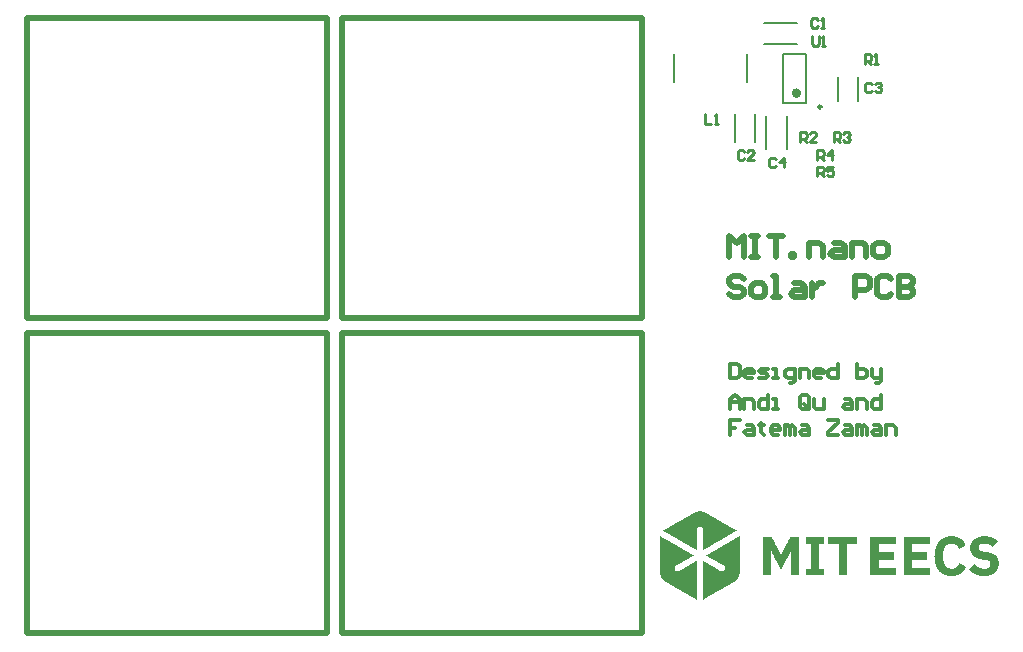
<source format=gto>
G04*
G04 #@! TF.GenerationSoftware,Altium Limited,Altium Designer,23.3.1 (30)*
G04*
G04 Layer_Color=65535*
%FSLAX26Y26*%
%MOIN*%
G70*
G04*
G04 #@! TF.SameCoordinates,F690B318-04D5-434D-AB11-BD4B9249E199*
G04*
G04*
G04 #@! TF.FilePolarity,Positive*
G04*
G01*
G75*
%ADD10C,0.009842*%
%ADD11C,0.015748*%
%ADD12C,0.020000*%
%ADD13C,0.007874*%
%ADD14C,0.012000*%
%ADD15C,0.010000*%
G36*
X2644566Y1381991D02*
X2649695D01*
Y1381258D01*
X2652626D01*
Y1380525D01*
X2654825D01*
Y1379793D01*
X2656291D01*
Y1379060D01*
X2657756D01*
Y1378327D01*
X2659222D01*
Y1377594D01*
X2660687D01*
Y1376861D01*
X2662153D01*
Y1376128D01*
X2663619D01*
Y1375396D01*
X2665084D01*
Y1374663D01*
X2666550D01*
Y1373930D01*
X2667283D01*
Y1373197D01*
X2668748D01*
Y1372464D01*
X2670214D01*
Y1371732D01*
X2671680D01*
Y1370999D01*
X2672412D01*
Y1370266D01*
X2673878D01*
Y1369533D01*
X2675344D01*
Y1368800D01*
X2676077D01*
Y1368068D01*
X2677542D01*
Y1367335D01*
X2679008D01*
Y1366602D01*
X2680473D01*
Y1365869D01*
X2681206D01*
Y1365136D01*
X2682672D01*
Y1364403D01*
X2684137D01*
Y1363671D01*
X2685603D01*
Y1362938D01*
X2686336D01*
Y1362205D01*
X2687802D01*
Y1361472D01*
X2689267D01*
Y1360739D01*
X2690733D01*
Y1360006D01*
X2691466D01*
Y1359274D01*
X2692931D01*
Y1358541D01*
X2694397D01*
Y1357808D01*
X2695130D01*
Y1357075D01*
X2696595D01*
Y1356342D01*
X2698061D01*
Y1355610D01*
X2699527D01*
Y1354877D01*
X2700259D01*
Y1354144D01*
X2701725D01*
Y1353411D01*
X2703191D01*
Y1352678D01*
X2704656D01*
Y1351946D01*
X2705389D01*
Y1351213D01*
X2706855D01*
Y1350480D01*
X2708320D01*
Y1349747D01*
X2709786D01*
Y1349014D01*
X2710519D01*
Y1348282D01*
X2711984D01*
Y1347549D01*
X2713450D01*
Y1346816D01*
X2714183D01*
Y1346083D01*
X2715648D01*
Y1345350D01*
X2717114D01*
Y1344617D01*
X2718580D01*
Y1343885D01*
X2719313D01*
Y1343152D01*
X2720778D01*
Y1342419D01*
X2722244D01*
Y1341686D01*
X2723709D01*
Y1340953D01*
X2724442D01*
Y1340220D01*
X2725908D01*
Y1339488D01*
X2727374D01*
Y1338755D01*
X2728106D01*
Y1338022D01*
X2729572D01*
Y1337289D01*
X2731038D01*
Y1336556D01*
X2732503D01*
Y1335824D01*
X2733236D01*
Y1335091D01*
X2734702D01*
Y1334358D01*
X2736167D01*
Y1333625D01*
X2737633D01*
Y1332892D01*
X2738366D01*
Y1332160D01*
X2739831D01*
Y1331427D01*
X2741297D01*
Y1330694D01*
X2742763D01*
Y1329961D01*
X2743495D01*
Y1329228D01*
X2744961D01*
Y1328495D01*
X2746427D01*
Y1327763D01*
X2747160D01*
Y1327030D01*
X2748625D01*
Y1326297D01*
X2750091D01*
Y1325564D01*
X2751556D01*
Y1324831D01*
X2752289D01*
Y1324099D01*
X2753755D01*
Y1323366D01*
X2755220D01*
Y1322633D01*
X2756686D01*
Y1321900D01*
X2757419D01*
Y1321167D01*
X2758885D01*
Y1320435D01*
X2760350D01*
Y1319702D01*
X2761816D01*
Y1318969D01*
X2762549D01*
Y1318236D01*
X2764014D01*
Y1316771D01*
X2762549D01*
Y1316038D01*
X2761083D01*
Y1315305D01*
X2759617D01*
Y1314572D01*
X2758885D01*
Y1313839D01*
X2757419D01*
Y1313106D01*
X2755953D01*
Y1312374D01*
X2755220D01*
Y1311641D01*
X2753755D01*
Y1310908D01*
X2752289D01*
Y1310175D01*
X2750824D01*
Y1309442D01*
X2750091D01*
Y1308709D01*
X2748625D01*
Y1307977D01*
X2747160D01*
Y1307244D01*
X2745694D01*
Y1306511D01*
X2744961D01*
Y1305778D01*
X2743495D01*
Y1305045D01*
X2742030D01*
Y1304313D01*
X2740564D01*
Y1303580D01*
X2739831D01*
Y1302847D01*
X2738366D01*
Y1302114D01*
X2736900D01*
Y1301381D01*
X2736167D01*
Y1300649D01*
X2734702D01*
Y1299916D01*
X2733236D01*
Y1299183D01*
X2731770D01*
Y1298450D01*
X2731038D01*
Y1297717D01*
X2729572D01*
Y1296985D01*
X2728106D01*
Y1296252D01*
X2726641D01*
Y1295519D01*
X2725908D01*
Y1294786D01*
X2724442D01*
Y1294053D01*
X2722977D01*
Y1293320D01*
X2722244D01*
Y1292588D01*
X2720778D01*
Y1291855D01*
X2719313D01*
Y1291122D01*
X2717847D01*
Y1290389D01*
X2717114D01*
Y1289656D01*
X2715648D01*
Y1288924D01*
X2714183D01*
Y1288191D01*
X2712717D01*
Y1287458D01*
X2711984D01*
Y1286725D01*
X2710519D01*
Y1285992D01*
X2709053D01*
Y1285259D01*
X2707588D01*
Y1284527D01*
X2706855D01*
Y1283794D01*
X2705389D01*
Y1283061D01*
X2703923D01*
Y1282328D01*
X2703191D01*
Y1281595D01*
X2701725D01*
Y1280862D01*
X2700259D01*
Y1280130D01*
X2698794D01*
Y1279397D01*
X2698061D01*
Y1278664D01*
X2696595D01*
Y1277931D01*
X2695130D01*
Y1277198D01*
X2693664D01*
Y1276466D01*
X2692931D01*
Y1275733D01*
X2691466D01*
Y1275000D01*
X2690000D01*
Y1274267D01*
X2688534D01*
Y1273534D01*
X2687802D01*
Y1272802D01*
X2686336D01*
Y1272069D01*
X2684870D01*
Y1271336D01*
X2684137D01*
Y1270603D01*
X2682672D01*
Y1269870D01*
X2681206D01*
Y1269138D01*
X2679741D01*
Y1268405D01*
X2679008D01*
Y1267672D01*
X2677542D01*
Y1266939D01*
X2676077D01*
Y1266206D01*
X2674611D01*
Y1265473D01*
X2673878D01*
Y1264741D01*
X2672412D01*
Y1264008D01*
X2670947D01*
Y1263275D01*
X2669481D01*
Y1262542D01*
X2668748D01*
Y1261809D01*
X2667283D01*
Y1261077D01*
X2665817D01*
Y1260344D01*
X2665084D01*
Y1259611D01*
X2663619D01*
Y1258878D01*
X2662153D01*
Y1258145D01*
X2660687D01*
Y1257412D01*
X2659955D01*
Y1256680D01*
X2658489D01*
Y1255947D01*
X2657023D01*
Y1255214D01*
X2655558D01*
Y1254481D01*
X2654825D01*
Y1253748D01*
X2653359D01*
Y1253016D01*
X2651894D01*
Y1324099D01*
X2651161D01*
Y1325564D01*
X2650428D01*
Y1327030D01*
X2649695D01*
Y1327763D01*
X2648962D01*
Y1328495D01*
X2648230D01*
Y1329228D01*
X2646764D01*
Y1329961D01*
X2645298D01*
Y1330694D01*
X2642367D01*
Y1331427D01*
X2640901D01*
Y1330694D01*
X2637970D01*
Y1329961D01*
X2636505D01*
Y1329228D01*
X2635772D01*
Y1328495D01*
X2635039D01*
Y1327763D01*
X2634306D01*
Y1327030D01*
X2633573D01*
Y1326297D01*
X2632840D01*
Y1324831D01*
X2632108D01*
Y1322633D01*
X2631375D01*
Y1253016D01*
X2629909D01*
Y1253748D01*
X2629176D01*
Y1254481D01*
X2627711D01*
Y1255214D01*
X2626245D01*
Y1255947D01*
X2624780D01*
Y1256680D01*
X2624047D01*
Y1257412D01*
X2622581D01*
Y1258145D01*
X2621115D01*
Y1258878D01*
X2619650D01*
Y1259611D01*
X2618917D01*
Y1260344D01*
X2617451D01*
Y1261077D01*
X2615986D01*
Y1261809D01*
X2615253D01*
Y1262542D01*
X2613787D01*
Y1263275D01*
X2612322D01*
Y1264008D01*
X2610856D01*
Y1264741D01*
X2610123D01*
Y1265473D01*
X2608658D01*
Y1266206D01*
X2607192D01*
Y1266939D01*
X2605726D01*
Y1267672D01*
X2604994D01*
Y1268405D01*
X2603528D01*
Y1269138D01*
X2602062D01*
Y1269870D01*
X2601329D01*
Y1270603D01*
X2599864D01*
Y1271336D01*
X2598398D01*
Y1272069D01*
X2596933D01*
Y1272802D01*
X2596200D01*
Y1273534D01*
X2594734D01*
Y1274267D01*
X2593269D01*
Y1275000D01*
X2591803D01*
Y1275733D01*
X2591070D01*
Y1276466D01*
X2589604D01*
Y1277198D01*
X2588139D01*
Y1277931D01*
X2586673D01*
Y1278664D01*
X2585940D01*
Y1279397D01*
X2584475D01*
Y1280130D01*
X2583009D01*
Y1280862D01*
X2582276D01*
Y1281595D01*
X2580811D01*
Y1282328D01*
X2579345D01*
Y1283061D01*
X2577879D01*
Y1283794D01*
X2577147D01*
Y1284527D01*
X2575681D01*
Y1285259D01*
X2574215D01*
Y1285992D01*
X2572750D01*
Y1286725D01*
X2572017D01*
Y1287458D01*
X2570551D01*
Y1288191D01*
X2569086D01*
Y1288924D01*
X2567620D01*
Y1289656D01*
X2566887D01*
Y1290389D01*
X2565421D01*
Y1291122D01*
X2563956D01*
Y1291855D01*
X2563223D01*
Y1292588D01*
X2561758D01*
Y1293320D01*
X2560292D01*
Y1294053D01*
X2558826D01*
Y1294786D01*
X2558093D01*
Y1295519D01*
X2556628D01*
Y1296252D01*
X2555162D01*
Y1296985D01*
X2553697D01*
Y1297717D01*
X2552964D01*
Y1298450D01*
X2551498D01*
Y1299183D01*
X2550032D01*
Y1299916D01*
X2548567D01*
Y1300649D01*
X2547834D01*
Y1301381D01*
X2546368D01*
Y1302114D01*
X2544903D01*
Y1302847D01*
X2544170D01*
Y1303580D01*
X2542704D01*
Y1304313D01*
X2541239D01*
Y1305045D01*
X2539773D01*
Y1305778D01*
X2539040D01*
Y1306511D01*
X2537575D01*
Y1307244D01*
X2536109D01*
Y1307977D01*
X2534643D01*
Y1308709D01*
X2533910D01*
Y1309442D01*
X2532445D01*
Y1310175D01*
X2530979D01*
Y1310908D01*
X2530246D01*
Y1311641D01*
X2528781D01*
Y1312374D01*
X2527315D01*
Y1313106D01*
X2525849D01*
Y1313839D01*
X2525117D01*
Y1314572D01*
X2523651D01*
Y1315305D01*
X2522186D01*
Y1316038D01*
X2520720D01*
Y1316771D01*
X2519987D01*
Y1317503D01*
X2519254D01*
Y1318236D01*
X2520720D01*
Y1318969D01*
X2522186D01*
Y1319702D01*
X2523651D01*
Y1320435D01*
X2524384D01*
Y1321167D01*
X2525849D01*
Y1321900D01*
X2527315D01*
Y1322633D01*
X2528048D01*
Y1323366D01*
X2529514D01*
Y1324099D01*
X2530979D01*
Y1324831D01*
X2532445D01*
Y1325564D01*
X2533178D01*
Y1326297D01*
X2534643D01*
Y1327030D01*
X2536109D01*
Y1327763D01*
X2537575D01*
Y1328495D01*
X2538307D01*
Y1329228D01*
X2539773D01*
Y1329961D01*
X2541239D01*
Y1330694D01*
X2542704D01*
Y1331427D01*
X2543437D01*
Y1332160D01*
X2544903D01*
Y1332892D01*
X2546368D01*
Y1333625D01*
X2547101D01*
Y1334358D01*
X2548567D01*
Y1335091D01*
X2550032D01*
Y1335824D01*
X2551498D01*
Y1336556D01*
X2552231D01*
Y1337289D01*
X2553697D01*
Y1338022D01*
X2555162D01*
Y1338755D01*
X2556628D01*
Y1339488D01*
X2557361D01*
Y1340220D01*
X2558826D01*
Y1340953D01*
X2560292D01*
Y1341686D01*
X2561758D01*
Y1342419D01*
X2562490D01*
Y1343152D01*
X2563956D01*
Y1343885D01*
X2565421D01*
Y1344617D01*
X2566154D01*
Y1345350D01*
X2567620D01*
Y1346083D01*
X2569086D01*
Y1346816D01*
X2570551D01*
Y1347549D01*
X2571284D01*
Y1348282D01*
X2572750D01*
Y1349014D01*
X2574215D01*
Y1349747D01*
X2575681D01*
Y1350480D01*
X2576414D01*
Y1351213D01*
X2577879D01*
Y1351946D01*
X2579345D01*
Y1352678D01*
X2580078D01*
Y1353411D01*
X2581544D01*
Y1354144D01*
X2583009D01*
Y1354877D01*
X2584475D01*
Y1355610D01*
X2585207D01*
Y1356342D01*
X2586673D01*
Y1357075D01*
X2588139D01*
Y1357808D01*
X2589604D01*
Y1358541D01*
X2590337D01*
Y1359274D01*
X2591803D01*
Y1360006D01*
X2593269D01*
Y1360739D01*
X2594734D01*
Y1361472D01*
X2595467D01*
Y1362205D01*
X2596933D01*
Y1362938D01*
X2598398D01*
Y1363671D01*
X2599131D01*
Y1364403D01*
X2600597D01*
Y1365136D01*
X2602062D01*
Y1365869D01*
X2603528D01*
Y1366602D01*
X2604261D01*
Y1367335D01*
X2605726D01*
Y1368068D01*
X2607192D01*
Y1368800D01*
X2608658D01*
Y1369533D01*
X2609390D01*
Y1370266D01*
X2610856D01*
Y1370999D01*
X2612322D01*
Y1371732D01*
X2613787D01*
Y1372464D01*
X2614520D01*
Y1373197D01*
X2615986D01*
Y1373930D01*
X2617451D01*
Y1374663D01*
X2618184D01*
Y1375396D01*
X2619650D01*
Y1376128D01*
X2621115D01*
Y1376861D01*
X2622581D01*
Y1377594D01*
X2624047D01*
Y1378327D01*
X2625512D01*
Y1379060D01*
X2626978D01*
Y1379793D01*
X2629176D01*
Y1380525D01*
X2631375D01*
Y1381258D01*
X2634306D01*
Y1381991D01*
X2639436D01*
Y1382724D01*
X2644566D01*
Y1381991D01*
D02*
G37*
G36*
X2973599Y1223703D02*
Y1222970D01*
Y1168742D01*
X2946485D01*
Y1251550D01*
X2945752D01*
Y1250084D01*
X2945019D01*
Y1248619D01*
X2944287D01*
Y1247153D01*
X2943554D01*
Y1245688D01*
X2942821D01*
Y1244222D01*
X2942088D01*
Y1242756D01*
X2941355D01*
Y1241291D01*
X2940623D01*
Y1239825D01*
X2939890D01*
Y1238359D01*
X2939157D01*
Y1236894D01*
X2938424D01*
Y1235428D01*
X2937691D01*
Y1233962D01*
X2936959D01*
Y1232497D01*
X2936226D01*
Y1231764D01*
X2935493D01*
Y1230298D01*
X2934760D01*
Y1228833D01*
X2934027D01*
Y1227367D01*
X2933294D01*
Y1225901D01*
X2932562D01*
Y1224436D01*
X2931829D01*
Y1223703D01*
X2931096D01*
Y1222237D01*
X2930363D01*
Y1220772D01*
X2929630D01*
Y1219306D01*
X2928898D01*
Y1217841D01*
X2928165D01*
Y1217108D01*
X2927432D01*
Y1215642D01*
X2926699D01*
Y1214176D01*
X2925966D01*
Y1212711D01*
X2925233D01*
Y1211245D01*
X2924501D01*
Y1209780D01*
X2923768D01*
Y1209047D01*
X2923035D01*
Y1207581D01*
X2922302D01*
Y1206116D01*
X2921569D01*
Y1204650D01*
X2920837D01*
Y1203184D01*
X2920104D01*
Y1202451D01*
X2919371D01*
Y1200986D01*
X2918638D01*
Y1199520D01*
X2917905D01*
Y1198054D01*
X2917173D01*
Y1196589D01*
X2916440D01*
Y1195856D01*
X2915707D01*
Y1194390D01*
X2914974D01*
Y1192925D01*
X2914241D01*
Y1191459D01*
X2913508D01*
Y1189994D01*
X2912776D01*
Y1188528D01*
X2912043D01*
Y1189261D01*
X2911310D01*
Y1190726D01*
X2910577D01*
Y1191459D01*
X2909844D01*
Y1192925D01*
X2909111D01*
Y1194390D01*
X2908379D01*
Y1195856D01*
X2907646D01*
Y1197322D01*
X2906913D01*
Y1198787D01*
X2906180D01*
Y1200253D01*
X2905448D01*
Y1200986D01*
X2904715D01*
Y1202451D01*
X2903982D01*
Y1203917D01*
X2903249D01*
Y1205383D01*
X2902516D01*
Y1206848D01*
X2901783D01*
Y1208314D01*
X2901051D01*
Y1209047D01*
X2900318D01*
Y1210512D01*
X2899585D01*
Y1211978D01*
X2898852D01*
Y1213444D01*
X2898119D01*
Y1214909D01*
X2897387D01*
Y1216375D01*
X2896654D01*
Y1217841D01*
X2895921D01*
Y1218573D01*
X2895188D01*
Y1220039D01*
X2894455D01*
Y1221505D01*
X2893722D01*
Y1222970D01*
X2892990D01*
Y1224436D01*
X2892257D01*
Y1225901D01*
X2891524D01*
Y1227367D01*
X2890791D01*
Y1228100D01*
X2890058D01*
Y1229565D01*
X2889326D01*
Y1231031D01*
X2888593D01*
Y1232497D01*
X2887860D01*
Y1233962D01*
X2887127D01*
Y1235428D01*
X2886394D01*
Y1236894D01*
X2885662D01*
Y1238359D01*
X2884929D01*
Y1239825D01*
X2884196D01*
Y1241291D01*
X2883463D01*
Y1242756D01*
X2882730D01*
Y1244222D01*
X2881997D01*
Y1245688D01*
X2881265D01*
Y1247153D01*
X2880532D01*
Y1249351D01*
X2879799D01*
Y1250817D01*
X2879066D01*
Y1252283D01*
X2878333D01*
Y1253748D01*
X2877601D01*
Y1168742D01*
X2851219D01*
Y1296985D01*
X2881265D01*
Y1295519D01*
X2881997D01*
Y1294053D01*
X2882730D01*
Y1292588D01*
X2883463D01*
Y1291122D01*
X2884196D01*
Y1289656D01*
X2884929D01*
Y1288191D01*
X2885662D01*
Y1286725D01*
X2886394D01*
Y1285259D01*
X2887127D01*
Y1284527D01*
X2887860D01*
Y1283061D01*
X2888593D01*
Y1281595D01*
X2889326D01*
Y1280130D01*
X2890058D01*
Y1278664D01*
X2890791D01*
Y1277198D01*
X2891524D01*
Y1275733D01*
X2892257D01*
Y1274267D01*
X2892990D01*
Y1272802D01*
X2893722D01*
Y1271336D01*
X2894455D01*
Y1269870D01*
X2895188D01*
Y1268405D01*
X2895921D01*
Y1267672D01*
X2896654D01*
Y1266206D01*
X2897387D01*
Y1264741D01*
X2898119D01*
Y1263275D01*
X2898852D01*
Y1261809D01*
X2899585D01*
Y1260344D01*
X2900318D01*
Y1258878D01*
X2901051D01*
Y1257412D01*
X2901783D01*
Y1255947D01*
X2902516D01*
Y1254481D01*
X2903249D01*
Y1253016D01*
X2903982D01*
Y1252283D01*
X2904715D01*
Y1250817D01*
X2905448D01*
Y1249351D01*
X2906180D01*
Y1247886D01*
X2906913D01*
Y1246420D01*
X2907646D01*
Y1244955D01*
X2908379D01*
Y1243489D01*
X2909111D01*
Y1242023D01*
X2909844D01*
Y1240558D01*
X2910577D01*
Y1239092D01*
X2911310D01*
Y1237627D01*
X2912043D01*
Y1236894D01*
X2912776D01*
Y1238359D01*
X2913508D01*
Y1239825D01*
X2914241D01*
Y1241291D01*
X2914974D01*
Y1242756D01*
X2915707D01*
Y1244222D01*
X2916440D01*
Y1245688D01*
X2917173D01*
Y1247153D01*
X2917905D01*
Y1248619D01*
X2918638D01*
Y1250084D01*
X2919371D01*
Y1250817D01*
X2920104D01*
Y1252283D01*
X2920837D01*
Y1253748D01*
X2921569D01*
Y1255214D01*
X2922302D01*
Y1256680D01*
X2923035D01*
Y1258145D01*
X2923768D01*
Y1259611D01*
X2924501D01*
Y1261077D01*
X2925233D01*
Y1262542D01*
X2925966D01*
Y1264008D01*
X2926699D01*
Y1265473D01*
X2927432D01*
Y1266939D01*
X2928165D01*
Y1268405D01*
X2928898D01*
Y1269870D01*
X2929630D01*
Y1271336D01*
X2930363D01*
Y1272802D01*
X2931096D01*
Y1273534D01*
X2931829D01*
Y1275000D01*
X2932562D01*
Y1276466D01*
X2933294D01*
Y1277931D01*
X2934027D01*
Y1279397D01*
X2934760D01*
Y1280862D01*
X2935493D01*
Y1282328D01*
X2936226D01*
Y1283794D01*
X2936959D01*
Y1285259D01*
X2937691D01*
Y1286725D01*
X2938424D01*
Y1288191D01*
X2939157D01*
Y1289656D01*
X2939890D01*
Y1291122D01*
X2940623D01*
Y1292588D01*
X2941355D01*
Y1294053D01*
X2942088D01*
Y1294786D01*
X2942821D01*
Y1296252D01*
X2943554D01*
Y1296985D01*
X2973599D01*
Y1223703D01*
D02*
G37*
G36*
X2775006Y1184864D02*
X2774274D01*
Y1173872D01*
X2773541D01*
Y1170208D01*
X2772808D01*
Y1167276D01*
X2772075D01*
Y1165811D01*
X2771342D01*
Y1163612D01*
X2770610D01*
Y1162147D01*
X2769877D01*
Y1160681D01*
X2769144D01*
Y1159948D01*
X2768411D01*
Y1158483D01*
X2767678D01*
Y1157750D01*
X2766945D01*
Y1157017D01*
X2766213D01*
Y1155551D01*
X2765480D01*
Y1154819D01*
X2764747D01*
Y1154086D01*
X2764014D01*
Y1153353D01*
X2763282D01*
Y1152620D01*
X2762549D01*
Y1151887D01*
X2761816D01*
Y1151154D01*
X2760350D01*
Y1150422D01*
X2759617D01*
Y1149689D01*
X2758885D01*
Y1148956D01*
X2757419D01*
Y1148223D01*
X2756686D01*
Y1147490D01*
X2755220D01*
Y1146757D01*
X2754488D01*
Y1146025D01*
X2753022D01*
Y1145292D01*
X2751556D01*
Y1144559D01*
X2750824D01*
Y1143826D01*
X2749358D01*
Y1143093D01*
X2747892D01*
Y1142361D01*
X2746427D01*
Y1141628D01*
X2745694D01*
Y1140895D01*
X2744228D01*
Y1140162D01*
X2742763D01*
Y1139429D01*
X2741297D01*
Y1138697D01*
X2740564D01*
Y1137964D01*
X2739099D01*
Y1137231D01*
X2737633D01*
Y1136498D01*
X2736900D01*
Y1135765D01*
X2735434D01*
Y1135033D01*
X2733969D01*
Y1134300D01*
X2732503D01*
Y1133567D01*
X2731770D01*
Y1132834D01*
X2730305D01*
Y1132101D01*
X2728839D01*
Y1131368D01*
X2727374D01*
Y1130636D01*
X2726641D01*
Y1129903D01*
X2725175D01*
Y1129170D01*
X2723709D01*
Y1128437D01*
X2722244D01*
Y1127704D01*
X2721511D01*
Y1126972D01*
X2720045D01*
Y1126239D01*
X2718580D01*
Y1125506D01*
X2717847D01*
Y1124773D01*
X2716381D01*
Y1124040D01*
X2714916D01*
Y1123307D01*
X2713450D01*
Y1122575D01*
X2712717D01*
Y1121842D01*
X2711252D01*
Y1121109D01*
X2709786D01*
Y1120376D01*
X2708320D01*
Y1119643D01*
X2707588D01*
Y1118910D01*
X2706122D01*
Y1118178D01*
X2704656D01*
Y1117445D01*
X2703191D01*
Y1116712D01*
X2702458D01*
Y1115979D01*
X2700992D01*
Y1115246D01*
X2699527D01*
Y1114514D01*
X2698794D01*
Y1113781D01*
X2697328D01*
Y1113048D01*
X2695863D01*
Y1112315D01*
X2694397D01*
Y1111582D01*
X2693664D01*
Y1110850D01*
X2692198D01*
Y1110117D01*
X2690733D01*
Y1109384D01*
X2689267D01*
Y1108651D01*
X2688534D01*
Y1107918D01*
X2687069D01*
Y1107186D01*
X2685603D01*
Y1106453D01*
X2684870D01*
Y1105720D01*
X2683405D01*
Y1104987D01*
X2681939D01*
Y1104254D01*
X2680473D01*
Y1103521D01*
X2679741D01*
Y1102789D01*
X2678275D01*
Y1102056D01*
X2676809D01*
Y1101323D01*
X2675344D01*
Y1100590D01*
X2674611D01*
Y1099857D01*
X2673145D01*
Y1099124D01*
X2671680D01*
Y1098392D01*
X2670214D01*
Y1097659D01*
X2669481D01*
Y1096926D01*
X2668016D01*
Y1096193D01*
X2666550D01*
Y1095460D01*
X2665817D01*
Y1094728D01*
X2664352D01*
Y1093995D01*
X2662886D01*
Y1093262D01*
X2661420D01*
Y1092529D01*
X2660687D01*
Y1091796D01*
X2659222D01*
Y1091064D01*
X2657756D01*
Y1090331D01*
X2656291D01*
Y1089598D01*
X2655558D01*
Y1088865D01*
X2654092D01*
Y1088132D01*
X2652626D01*
Y1087399D01*
X2651894D01*
Y1203917D01*
Y1204650D01*
Y1217108D01*
X2652626D01*
Y1216375D01*
X2654092D01*
Y1215642D01*
X2654825D01*
Y1214909D01*
X2656291D01*
Y1214176D01*
X2657756D01*
Y1213444D01*
X2659222D01*
Y1212711D01*
X2659955D01*
Y1211978D01*
X2661420D01*
Y1211245D01*
X2662886D01*
Y1210512D01*
X2663619D01*
Y1209780D01*
X2665084D01*
Y1209047D01*
X2666550D01*
Y1208314D01*
X2668016D01*
Y1207581D01*
X2668748D01*
Y1206848D01*
X2670214D01*
Y1206116D01*
X2671680D01*
Y1205383D01*
X2673145D01*
Y1204650D01*
X2673878D01*
Y1203917D01*
X2675344D01*
Y1203184D01*
X2676809D01*
Y1202451D01*
X2677542D01*
Y1201719D01*
X2679008D01*
Y1200986D01*
X2680473D01*
Y1200253D01*
X2681939D01*
Y1199520D01*
X2682672D01*
Y1198787D01*
X2684137D01*
Y1198054D01*
X2685603D01*
Y1197322D01*
X2687069D01*
Y1196589D01*
X2687802D01*
Y1195856D01*
X2689267D01*
Y1195123D01*
X2690733D01*
Y1194390D01*
X2692198D01*
Y1193658D01*
X2692931D01*
Y1192925D01*
X2694397D01*
Y1192192D01*
X2695863D01*
Y1191459D01*
X2696595D01*
Y1190726D01*
X2698061D01*
Y1189994D01*
X2699527D01*
Y1189261D01*
X2700992D01*
Y1188528D01*
X2701725D01*
Y1187795D01*
X2703191D01*
Y1187062D01*
X2704656D01*
Y1186330D01*
X2706122D01*
Y1185597D01*
X2706855D01*
Y1184864D01*
X2708320D01*
Y1184131D01*
X2709786D01*
Y1183398D01*
X2711252D01*
Y1182665D01*
X2712717D01*
Y1181933D01*
X2720045D01*
Y1182665D01*
X2721511D01*
Y1183398D01*
X2722244D01*
Y1184131D01*
X2722977D01*
Y1184864D01*
X2723709D01*
Y1185597D01*
X2724442D01*
Y1186330D01*
X2725175D01*
Y1187795D01*
X2725908D01*
Y1189994D01*
X2726641D01*
Y1193658D01*
X2725908D01*
Y1195856D01*
X2725175D01*
Y1197322D01*
X2724442D01*
Y1198787D01*
X2723709D01*
Y1199520D01*
X2722977D01*
Y1200253D01*
X2721511D01*
Y1200986D01*
X2720778D01*
Y1201719D01*
X2719313D01*
Y1202451D01*
X2717847D01*
Y1203184D01*
X2716381D01*
Y1203917D01*
X2715648D01*
Y1204650D01*
X2714183D01*
Y1205383D01*
X2712717D01*
Y1206116D01*
X2711252D01*
Y1206848D01*
X2710519D01*
Y1207581D01*
X2709053D01*
Y1208314D01*
X2707588D01*
Y1209047D01*
X2706855D01*
Y1209780D01*
X2705389D01*
Y1210512D01*
X2703923D01*
Y1211245D01*
X2702458D01*
Y1211978D01*
X2701725D01*
Y1212711D01*
X2700259D01*
Y1213444D01*
X2698794D01*
Y1214176D01*
X2697328D01*
Y1214909D01*
X2696595D01*
Y1215642D01*
X2695130D01*
Y1216375D01*
X2693664D01*
Y1217108D01*
X2692198D01*
Y1217841D01*
X2691466D01*
Y1218573D01*
X2690000D01*
Y1219306D01*
X2688534D01*
Y1220039D01*
X2687802D01*
Y1220772D01*
X2686336D01*
Y1221505D01*
X2684870D01*
Y1222237D01*
X2683405D01*
Y1222970D01*
X2682672D01*
Y1223703D01*
X2681206D01*
Y1224436D01*
X2679741D01*
Y1225169D01*
X2678275D01*
Y1225901D01*
X2677542D01*
Y1226634D01*
X2676077D01*
Y1227367D01*
X2674611D01*
Y1228100D01*
X2673145D01*
Y1228833D01*
X2672412D01*
Y1229565D01*
X2670947D01*
Y1230298D01*
X2669481D01*
Y1231031D01*
X2668748D01*
Y1231764D01*
X2667283D01*
Y1232497D01*
X2665817D01*
Y1233230D01*
X2664352D01*
Y1233962D01*
X2663619D01*
Y1234695D01*
X2662886D01*
Y1235428D01*
X2664352D01*
Y1236161D01*
X2665084D01*
Y1236894D01*
X2666550D01*
Y1237627D01*
X2668016D01*
Y1238359D01*
X2668748D01*
Y1239092D01*
X2670214D01*
Y1239825D01*
X2671680D01*
Y1240558D01*
X2673145D01*
Y1241291D01*
X2673878D01*
Y1242023D01*
X2675344D01*
Y1242756D01*
X2676809D01*
Y1243489D01*
X2678275D01*
Y1244222D01*
X2679008D01*
Y1244955D01*
X2680473D01*
Y1245688D01*
X2681939D01*
Y1246420D01*
X2683405D01*
Y1247153D01*
X2684137D01*
Y1247886D01*
X2685603D01*
Y1248619D01*
X2687069D01*
Y1249351D01*
X2687802D01*
Y1250084D01*
X2689267D01*
Y1250817D01*
X2690733D01*
Y1251550D01*
X2692198D01*
Y1252283D01*
X2692931D01*
Y1253016D01*
X2694397D01*
Y1253748D01*
X2695863D01*
Y1254481D01*
X2697328D01*
Y1255214D01*
X2698061D01*
Y1255947D01*
X2699527D01*
Y1256680D01*
X2700992D01*
Y1257412D01*
X2701725D01*
Y1258145D01*
X2703191D01*
Y1258878D01*
X2704656D01*
Y1259611D01*
X2706122D01*
Y1260344D01*
X2706855D01*
Y1261077D01*
X2708320D01*
Y1261809D01*
X2709786D01*
Y1262542D01*
X2711252D01*
Y1263275D01*
X2711984D01*
Y1264008D01*
X2713450D01*
Y1264741D01*
X2714916D01*
Y1265473D01*
X2716381D01*
Y1266206D01*
X2717114D01*
Y1266939D01*
X2718580D01*
Y1267672D01*
X2720045D01*
Y1268405D01*
X2720778D01*
Y1269138D01*
X2722244D01*
Y1269870D01*
X2723709D01*
Y1270603D01*
X2725175D01*
Y1271336D01*
X2725908D01*
Y1272069D01*
X2727374D01*
Y1272802D01*
X2728839D01*
Y1273534D01*
X2730305D01*
Y1274267D01*
X2731038D01*
Y1275000D01*
X2732503D01*
Y1275733D01*
X2733969D01*
Y1276466D01*
X2735434D01*
Y1277198D01*
X2736167D01*
Y1277931D01*
X2737633D01*
Y1278664D01*
X2739099D01*
Y1279397D01*
X2739831D01*
Y1280130D01*
X2741297D01*
Y1280862D01*
X2742763D01*
Y1281595D01*
X2744228D01*
Y1282328D01*
X2744961D01*
Y1283061D01*
X2746427D01*
Y1283794D01*
X2747892D01*
Y1284527D01*
X2749358D01*
Y1285259D01*
X2750091D01*
Y1285992D01*
X2751556D01*
Y1286725D01*
X2753022D01*
Y1287458D01*
X2754488D01*
Y1288191D01*
X2755220D01*
Y1288924D01*
X2756686D01*
Y1289656D01*
X2758152D01*
Y1290389D01*
X2758885D01*
Y1291122D01*
X2760350D01*
Y1291855D01*
X2761816D01*
Y1292588D01*
X2763282D01*
Y1293320D01*
X2764014D01*
Y1294053D01*
X2765480D01*
Y1294786D01*
X2766945D01*
Y1295519D01*
X2768411D01*
Y1296252D01*
X2769144D01*
Y1296985D01*
X2770610D01*
Y1297717D01*
X2772075D01*
Y1298450D01*
X2772808D01*
Y1299183D01*
X2774274D01*
Y1299916D01*
X2775006D01*
Y1184864D01*
D02*
G37*
G36*
X3055675Y1274267D02*
X3039552D01*
Y1257412D01*
Y1256680D01*
Y1190726D01*
X3055675D01*
Y1168742D01*
X2994851D01*
Y1190726D01*
X3010973D01*
Y1274267D01*
X2994851D01*
Y1296985D01*
X3055675D01*
Y1274267D01*
D02*
G37*
G36*
X2509728Y1299183D02*
X2510460D01*
Y1298450D01*
X2511926D01*
Y1297717D01*
X2513392D01*
Y1296985D01*
X2514124D01*
Y1296252D01*
X2515590D01*
Y1295519D01*
X2517056D01*
Y1294786D01*
X2518521D01*
Y1294053D01*
X2519254D01*
Y1293320D01*
X2520720D01*
Y1292588D01*
X2522186D01*
Y1291855D01*
X2523651D01*
Y1291122D01*
X2524384D01*
Y1290389D01*
X2525849D01*
Y1289656D01*
X2527315D01*
Y1288924D01*
X2528781D01*
Y1288191D01*
X2529514D01*
Y1287458D01*
X2530979D01*
Y1286725D01*
X2532445D01*
Y1285992D01*
X2533178D01*
Y1285259D01*
X2534643D01*
Y1284527D01*
X2536109D01*
Y1283794D01*
X2537575D01*
Y1283061D01*
X2538307D01*
Y1282328D01*
X2539773D01*
Y1281595D01*
X2541239D01*
Y1280862D01*
X2542704D01*
Y1280130D01*
X2543437D01*
Y1279397D01*
X2544903D01*
Y1278664D01*
X2546368D01*
Y1277931D01*
X2547834D01*
Y1277198D01*
X2548567D01*
Y1276466D01*
X2550032D01*
Y1275733D01*
X2551498D01*
Y1275000D01*
X2552231D01*
Y1274267D01*
X2553697D01*
Y1273534D01*
X2555162D01*
Y1272802D01*
X2556628D01*
Y1272069D01*
X2557361D01*
Y1271336D01*
X2558826D01*
Y1270603D01*
X2560292D01*
Y1269870D01*
X2561758D01*
Y1269138D01*
X2562490D01*
Y1268405D01*
X2563956D01*
Y1267672D01*
X2565421D01*
Y1266939D01*
X2566154D01*
Y1266206D01*
X2567620D01*
Y1265473D01*
X2569086D01*
Y1264741D01*
X2570551D01*
Y1264008D01*
X2571284D01*
Y1263275D01*
X2572750D01*
Y1262542D01*
X2574215D01*
Y1261809D01*
X2575681D01*
Y1261077D01*
X2576414D01*
Y1260344D01*
X2577879D01*
Y1259611D01*
X2579345D01*
Y1258878D01*
X2580811D01*
Y1258145D01*
X2581544D01*
Y1257412D01*
X2583009D01*
Y1256680D01*
X2584475D01*
Y1255947D01*
X2585207D01*
Y1255214D01*
X2586673D01*
Y1254481D01*
X2588139D01*
Y1253748D01*
X2589604D01*
Y1253016D01*
X2590337D01*
Y1252283D01*
X2591803D01*
Y1251550D01*
X2593269D01*
Y1250817D01*
X2594734D01*
Y1250084D01*
X2595467D01*
Y1249351D01*
X2596933D01*
Y1248619D01*
X2598398D01*
Y1247886D01*
X2599864D01*
Y1247153D01*
X2600597D01*
Y1246420D01*
X2602062D01*
Y1245688D01*
X2603528D01*
Y1244955D01*
X2604261D01*
Y1244222D01*
X2605726D01*
Y1243489D01*
X2607192D01*
Y1242756D01*
X2608658D01*
Y1242023D01*
X2609390D01*
Y1241291D01*
X2610856D01*
Y1240558D01*
X2612322D01*
Y1239825D01*
X2613787D01*
Y1239092D01*
X2614520D01*
Y1238359D01*
X2615986D01*
Y1237627D01*
X2617451D01*
Y1236894D01*
X2618184D01*
Y1236161D01*
X2619650D01*
Y1235428D01*
X2621115D01*
Y1234695D01*
X2620383D01*
Y1233962D01*
X2618917D01*
Y1233230D01*
X2618184D01*
Y1232497D01*
X2616718D01*
Y1231764D01*
X2615253D01*
Y1231031D01*
X2613787D01*
Y1230298D01*
X2613055D01*
Y1229565D01*
X2611589D01*
Y1228833D01*
X2610123D01*
Y1228100D01*
X2609390D01*
Y1227367D01*
X2607925D01*
Y1226634D01*
X2606459D01*
Y1225901D01*
X2604994D01*
Y1225169D01*
X2604261D01*
Y1224436D01*
X2602795D01*
Y1223703D01*
X2601329D01*
Y1222970D01*
X2599864D01*
Y1222237D01*
X2599131D01*
Y1221505D01*
X2597665D01*
Y1220772D01*
X2596200D01*
Y1220039D01*
X2595467D01*
Y1219306D01*
X2594001D01*
Y1218573D01*
X2592536D01*
Y1217841D01*
X2591070D01*
Y1217108D01*
X2590337D01*
Y1216375D01*
X2588872D01*
Y1215642D01*
X2587406D01*
Y1214909D01*
X2585940D01*
Y1214176D01*
X2585207D01*
Y1213444D01*
X2583742D01*
Y1212711D01*
X2582276D01*
Y1211978D01*
X2580811D01*
Y1211245D01*
X2580078D01*
Y1210512D01*
X2578612D01*
Y1209780D01*
X2577147D01*
Y1209047D01*
X2576414D01*
Y1208314D01*
X2574948D01*
Y1207581D01*
X2573483D01*
Y1206848D01*
X2572017D01*
Y1206116D01*
X2571284D01*
Y1205383D01*
X2569818D01*
Y1204650D01*
X2568353D01*
Y1203917D01*
X2566887D01*
Y1203184D01*
X2566154D01*
Y1202451D01*
X2564689D01*
Y1201719D01*
X2563223D01*
Y1200986D01*
X2561758D01*
Y1200253D01*
X2561025D01*
Y1199520D01*
X2560292D01*
Y1198787D01*
X2559559D01*
Y1198054D01*
X2558826D01*
Y1196589D01*
X2558093D01*
Y1195123D01*
X2557361D01*
Y1188528D01*
X2558093D01*
Y1187062D01*
X2558826D01*
Y1185597D01*
X2559559D01*
Y1184864D01*
X2560292D01*
Y1184131D01*
X2561025D01*
Y1183398D01*
X2562490D01*
Y1182665D01*
X2563956D01*
Y1181933D01*
X2570551D01*
Y1182665D01*
X2572017D01*
Y1183398D01*
X2573483D01*
Y1184131D01*
X2574948D01*
Y1184864D01*
X2576414D01*
Y1185597D01*
X2577147D01*
Y1186330D01*
X2578612D01*
Y1187062D01*
X2580078D01*
Y1187795D01*
X2580811D01*
Y1188528D01*
X2582276D01*
Y1189261D01*
X2583742D01*
Y1189994D01*
X2585207D01*
Y1190726D01*
X2585940D01*
Y1191459D01*
X2587406D01*
Y1192192D01*
X2588872D01*
Y1192925D01*
X2590337D01*
Y1193658D01*
X2591070D01*
Y1194390D01*
X2592536D01*
Y1195123D01*
X2594001D01*
Y1195856D01*
X2595467D01*
Y1196589D01*
X2596200D01*
Y1197322D01*
X2597665D01*
Y1198054D01*
X2599131D01*
Y1198787D01*
X2599864D01*
Y1199520D01*
X2601329D01*
Y1200253D01*
X2602795D01*
Y1200986D01*
X2604261D01*
Y1201719D01*
X2604994D01*
Y1202451D01*
X2606459D01*
Y1203184D01*
X2607925D01*
Y1203917D01*
X2609390D01*
Y1204650D01*
X2610123D01*
Y1205383D01*
X2611589D01*
Y1206116D01*
X2613055D01*
Y1206848D01*
X2614520D01*
Y1207581D01*
X2615253D01*
Y1208314D01*
X2616718D01*
Y1209047D01*
X2618184D01*
Y1209780D01*
X2618917D01*
Y1210512D01*
X2620383D01*
Y1211245D01*
X2621848D01*
Y1211978D01*
X2623314D01*
Y1212711D01*
X2624047D01*
Y1213444D01*
X2625512D01*
Y1214176D01*
X2626978D01*
Y1214909D01*
X2628444D01*
Y1215642D01*
X2629176D01*
Y1216375D01*
X2630642D01*
Y1217108D01*
X2631375D01*
Y1139429D01*
Y1138697D01*
Y1087399D01*
X2630642D01*
Y1088132D01*
X2629176D01*
Y1088865D01*
X2627711D01*
Y1089598D01*
X2626245D01*
Y1090331D01*
X2625512D01*
Y1091064D01*
X2624047D01*
Y1091796D01*
X2622581D01*
Y1092529D01*
X2621848D01*
Y1093262D01*
X2620383D01*
Y1093995D01*
X2618917D01*
Y1094728D01*
X2617451D01*
Y1095460D01*
X2616718D01*
Y1096193D01*
X2615253D01*
Y1096926D01*
X2613787D01*
Y1097659D01*
X2612322D01*
Y1098392D01*
X2611589D01*
Y1099124D01*
X2610123D01*
Y1099857D01*
X2608658D01*
Y1100590D01*
X2607925D01*
Y1101323D01*
X2606459D01*
Y1102056D01*
X2604994D01*
Y1102789D01*
X2603528D01*
Y1103521D01*
X2602795D01*
Y1104254D01*
X2601329D01*
Y1104987D01*
X2599864D01*
Y1105720D01*
X2598398D01*
Y1106453D01*
X2597665D01*
Y1107186D01*
X2596200D01*
Y1107918D01*
X2594734D01*
Y1108651D01*
X2593269D01*
Y1109384D01*
X2592536D01*
Y1110117D01*
X2591070D01*
Y1110850D01*
X2589604D01*
Y1111582D01*
X2588872D01*
Y1112315D01*
X2587406D01*
Y1113048D01*
X2585940D01*
Y1113781D01*
X2584475D01*
Y1114514D01*
X2583742D01*
Y1115246D01*
X2582276D01*
Y1115979D01*
X2580811D01*
Y1116712D01*
X2579345D01*
Y1117445D01*
X2578612D01*
Y1118178D01*
X2577147D01*
Y1118910D01*
X2575681D01*
Y1119643D01*
X2574215D01*
Y1120376D01*
X2573483D01*
Y1121109D01*
X2572017D01*
Y1121842D01*
X2570551D01*
Y1122575D01*
X2569818D01*
Y1123307D01*
X2568353D01*
Y1124040D01*
X2566887D01*
Y1124773D01*
X2565421D01*
Y1125506D01*
X2564689D01*
Y1126239D01*
X2563223D01*
Y1126972D01*
X2561758D01*
Y1127704D01*
X2560292D01*
Y1128437D01*
X2559559D01*
Y1129170D01*
X2558093D01*
Y1129903D01*
X2556628D01*
Y1130636D01*
X2555162D01*
Y1131368D01*
X2554429D01*
Y1132101D01*
X2552964D01*
Y1132834D01*
X2551498D01*
Y1133567D01*
X2550765D01*
Y1134300D01*
X2549300D01*
Y1135033D01*
X2547834D01*
Y1135765D01*
X2546368D01*
Y1136498D01*
X2545635D01*
Y1137231D01*
X2544170D01*
Y1137964D01*
X2542704D01*
Y1138697D01*
X2541239D01*
Y1139429D01*
X2540506D01*
Y1140162D01*
X2539040D01*
Y1140895D01*
X2537575D01*
Y1141628D01*
X2536842D01*
Y1142361D01*
X2535376D01*
Y1143093D01*
X2533910D01*
Y1143826D01*
X2532445D01*
Y1144559D01*
X2531712D01*
Y1145292D01*
X2530246D01*
Y1146025D01*
X2528781D01*
Y1146757D01*
X2528048D01*
Y1147490D01*
X2526582D01*
Y1148223D01*
X2525849D01*
Y1148956D01*
X2524384D01*
Y1149689D01*
X2523651D01*
Y1150422D01*
X2522918D01*
Y1151154D01*
X2521453D01*
Y1151887D01*
X2520720D01*
Y1152620D01*
X2519987D01*
Y1153353D01*
X2519254D01*
Y1154086D01*
X2518521D01*
Y1154819D01*
X2517789D01*
Y1155551D01*
X2517056D01*
Y1157017D01*
X2516323D01*
Y1157750D01*
X2515590D01*
Y1158483D01*
X2514857D01*
Y1159948D01*
X2514124D01*
Y1161414D01*
X2513392D01*
Y1162147D01*
X2512659D01*
Y1163612D01*
X2511926D01*
Y1165811D01*
X2511193D01*
Y1168009D01*
X2510460D01*
Y1170208D01*
X2509728D01*
Y1174604D01*
X2508995D01*
Y1299916D01*
X2509728D01*
Y1299183D01*
D02*
G37*
G36*
X3161933Y1296985D02*
X3167062D01*
Y1272069D01*
X3131887D01*
Y1168742D01*
X3104040D01*
Y1272069D01*
X3068865D01*
Y1296985D01*
X3161200D01*
X3161933D01*
D02*
G37*
G36*
X3210298Y1225169D02*
Y1296985D01*
X3296770D01*
Y1272069D01*
X3237412D01*
Y1245688D01*
X3288709D01*
Y1221505D01*
X3237412D01*
Y1193658D01*
X3238145D01*
Y1192925D01*
X3279183D01*
Y1193658D01*
X3296770D01*
Y1168742D01*
X3210298D01*
Y1224436D01*
Y1225169D01*
D02*
G37*
G36*
X3357594Y1272069D02*
X3349533D01*
Y1245688D01*
X3400097D01*
Y1221505D01*
X3349533D01*
Y1193658D01*
X3408158D01*
Y1192925D01*
X3408891D01*
Y1168742D01*
X3320953D01*
Y1296985D01*
X3408891D01*
Y1272069D01*
X3358327D01*
X3357594D01*
D02*
G37*
G36*
X3511485Y1260344D02*
Y1259611D01*
X3510019D01*
Y1258878D01*
X3508554D01*
Y1258145D01*
X3507088D01*
Y1257412D01*
X3505623D01*
Y1256680D01*
X3504157D01*
Y1258878D01*
X3503424D01*
Y1260344D01*
X3502691D01*
Y1261809D01*
X3501959D01*
Y1263275D01*
X3501226D01*
Y1264741D01*
X3500493D01*
Y1265473D01*
X3499760D01*
Y1266206D01*
X3499027D01*
Y1267672D01*
X3498294D01*
Y1268405D01*
X3497562D01*
Y1269138D01*
X3496096D01*
Y1269870D01*
X3495363D01*
Y1270603D01*
X3493898D01*
Y1271336D01*
X3493165D01*
Y1272069D01*
X3490966D01*
Y1272802D01*
X3489501D01*
Y1273534D01*
X3485837D01*
Y1274267D01*
X3475577D01*
Y1273534D01*
X3471913D01*
Y1272802D01*
X3469715D01*
Y1272069D01*
X3468249D01*
Y1271336D01*
X3466783D01*
Y1270603D01*
X3466051D01*
Y1269870D01*
X3464585D01*
Y1269138D01*
X3463852D01*
Y1268405D01*
X3463119D01*
Y1267672D01*
X3461654D01*
Y1266206D01*
X3460921D01*
Y1265473D01*
X3460188D01*
Y1264741D01*
X3459455D01*
Y1264008D01*
X3458722D01*
Y1262542D01*
X3457990D01*
Y1261809D01*
X3457257D01*
Y1260344D01*
X3456524D01*
Y1258145D01*
X3455791D01*
Y1256680D01*
X3455058D01*
Y1253748D01*
X3454326D01*
Y1250084D01*
X3453593D01*
Y1215642D01*
X3454326D01*
Y1211245D01*
X3455058D01*
Y1209047D01*
X3455791D01*
Y1206848D01*
X3456524D01*
Y1205383D01*
X3457257D01*
Y1203917D01*
X3457990D01*
Y1202451D01*
X3458722D01*
Y1201719D01*
X3459455D01*
Y1200253D01*
X3460188D01*
Y1199520D01*
X3460921D01*
Y1198787D01*
X3461654D01*
Y1198054D01*
X3462387D01*
Y1197322D01*
X3463119D01*
Y1196589D01*
X3464585D01*
Y1195856D01*
X3465318D01*
Y1195123D01*
X3466783D01*
Y1194390D01*
X3467516D01*
Y1193658D01*
X3468982D01*
Y1192925D01*
X3471180D01*
Y1192192D01*
X3474111D01*
Y1191459D01*
X3487302D01*
Y1192192D01*
X3489501D01*
Y1192925D01*
X3491699D01*
Y1193658D01*
X3493165D01*
Y1194390D01*
X3494630D01*
Y1195123D01*
X3495363D01*
Y1195856D01*
X3496096D01*
Y1196589D01*
X3497562D01*
Y1197322D01*
X3498294D01*
Y1198054D01*
X3499027D01*
Y1198787D01*
X3499760D01*
Y1199520D01*
X3500493D01*
Y1200253D01*
X3501226D01*
Y1201719D01*
X3501959D01*
Y1202451D01*
X3502691D01*
Y1203917D01*
X3503424D01*
Y1204650D01*
X3504157D01*
Y1206116D01*
X3504890D01*
Y1207581D01*
X3505623D01*
Y1209780D01*
X3507821D01*
Y1209047D01*
X3509287D01*
Y1208314D01*
X3510019D01*
Y1207581D01*
X3511485D01*
Y1206848D01*
X3512951D01*
Y1206116D01*
X3513684D01*
Y1205383D01*
X3515149D01*
Y1204650D01*
X3516615D01*
Y1203917D01*
X3518080D01*
Y1203184D01*
X3518813D01*
Y1202451D01*
X3520279D01*
Y1201719D01*
X3521744D01*
Y1200986D01*
X3522477D01*
Y1200253D01*
X3523943D01*
Y1199520D01*
X3525409D01*
Y1198787D01*
X3526874D01*
Y1198054D01*
X3527607D01*
Y1197322D01*
X3529073D01*
Y1196589D01*
X3528340D01*
Y1195123D01*
X3527607D01*
Y1193658D01*
X3526874D01*
Y1192192D01*
X3526141D01*
Y1191459D01*
X3525409D01*
Y1189994D01*
X3524676D01*
Y1189261D01*
X3523943D01*
Y1187795D01*
X3523210D01*
Y1187062D01*
X3522477D01*
Y1185597D01*
X3521744D01*
Y1184864D01*
X3521012D01*
Y1184131D01*
X3520279D01*
Y1183398D01*
X3519546D01*
Y1181933D01*
X3518813D01*
Y1181200D01*
X3518080D01*
Y1180467D01*
X3517348D01*
Y1179734D01*
X3516615D01*
Y1179001D01*
X3515882D01*
Y1178268D01*
X3514416D01*
Y1177536D01*
X3513684D01*
Y1176803D01*
X3512951D01*
Y1176070D01*
X3512218D01*
Y1175337D01*
X3510752D01*
Y1174604D01*
X3510019D01*
Y1173872D01*
X3508554D01*
Y1173139D01*
X3507088D01*
Y1172406D01*
X3506355D01*
Y1171673D01*
X3504157D01*
Y1170940D01*
X3502691D01*
Y1170208D01*
X3501226D01*
Y1169475D01*
X3499027D01*
Y1168742D01*
X3496096D01*
Y1168009D01*
X3493165D01*
Y1167276D01*
X3488768D01*
Y1166543D01*
X3471913D01*
Y1167276D01*
X3467516D01*
Y1168009D01*
X3463852D01*
Y1168742D01*
X3461654D01*
Y1169475D01*
X3459455D01*
Y1170208D01*
X3457257D01*
Y1170940D01*
X3455058D01*
Y1171673D01*
X3453593D01*
Y1172406D01*
X3452127D01*
Y1173139D01*
X3450662D01*
Y1173872D01*
X3449929D01*
Y1174604D01*
X3448463D01*
Y1175337D01*
X3447730D01*
Y1176070D01*
X3446265D01*
Y1176803D01*
X3445532D01*
Y1177536D01*
X3444799D01*
Y1178268D01*
X3443333D01*
Y1179001D01*
X3442601D01*
Y1179734D01*
X3441868D01*
Y1180467D01*
X3441135D01*
Y1181200D01*
X3440402D01*
Y1181933D01*
X3439669D01*
Y1182665D01*
X3438936D01*
Y1183398D01*
X3438204D01*
Y1184864D01*
X3437471D01*
Y1185597D01*
X3436738D01*
Y1186330D01*
X3436005D01*
Y1187795D01*
X3435272D01*
Y1188528D01*
X3434540D01*
Y1189994D01*
X3433807D01*
Y1190726D01*
X3433074D01*
Y1192192D01*
X3432341D01*
Y1193658D01*
X3431608D01*
Y1195123D01*
X3430876D01*
Y1196589D01*
X3430143D01*
Y1198054D01*
X3429410D01*
Y1200253D01*
X3428677D01*
Y1202451D01*
X3427944D01*
Y1204650D01*
X3427211D01*
Y1206848D01*
X3426479D01*
Y1210512D01*
X3425746D01*
Y1214176D01*
X3425013D01*
Y1218573D01*
X3424280D01*
Y1231031D01*
X3423547D01*
Y1232497D01*
X3424280D01*
Y1244955D01*
X3425013D01*
Y1250084D01*
X3425746D01*
Y1253748D01*
X3426479D01*
Y1256680D01*
X3427211D01*
Y1259611D01*
X3427944D01*
Y1261809D01*
X3428677D01*
Y1264008D01*
X3429410D01*
Y1265473D01*
X3430143D01*
Y1267672D01*
X3430876D01*
Y1269138D01*
X3431608D01*
Y1270603D01*
X3432341D01*
Y1272069D01*
X3433074D01*
Y1273534D01*
X3433807D01*
Y1274267D01*
X3434540D01*
Y1275733D01*
X3435272D01*
Y1277198D01*
X3436005D01*
Y1277931D01*
X3436738D01*
Y1278664D01*
X3437471D01*
Y1280130D01*
X3438204D01*
Y1280862D01*
X3438936D01*
Y1281595D01*
X3439669D01*
Y1282328D01*
X3440402D01*
Y1283061D01*
X3441135D01*
Y1283794D01*
X3441868D01*
Y1284527D01*
X3442601D01*
Y1285259D01*
X3443333D01*
Y1285992D01*
X3444066D01*
Y1286725D01*
X3444799D01*
Y1287458D01*
X3445532D01*
Y1288191D01*
X3446997D01*
Y1288924D01*
X3447730D01*
Y1289656D01*
X3448463D01*
Y1290389D01*
X3449929D01*
Y1291122D01*
X3450662D01*
Y1291855D01*
X3452127D01*
Y1292588D01*
X3453593D01*
Y1293320D01*
X3455058D01*
Y1294053D01*
X3456524D01*
Y1294786D01*
X3458722D01*
Y1295519D01*
X3460921D01*
Y1296252D01*
X3463119D01*
Y1296985D01*
X3466051D01*
Y1297717D01*
X3468982D01*
Y1298450D01*
X3474844D01*
Y1299183D01*
X3486569D01*
Y1298450D01*
X3492432D01*
Y1297717D01*
X3496096D01*
Y1296985D01*
X3499027D01*
Y1296252D01*
X3501226D01*
Y1295519D01*
X3503424D01*
Y1294786D01*
X3504890D01*
Y1294053D01*
X3506355D01*
Y1293320D01*
X3507821D01*
Y1292588D01*
X3509287D01*
Y1291855D01*
X3510019D01*
Y1291122D01*
X3511485D01*
Y1290389D01*
X3512218D01*
Y1289656D01*
X3513684D01*
Y1288924D01*
X3514416D01*
Y1288191D01*
X3515149D01*
Y1287458D01*
X3515882D01*
Y1286725D01*
X3516615D01*
Y1285992D01*
X3517348D01*
Y1285259D01*
X3518080D01*
Y1284527D01*
X3518813D01*
Y1283794D01*
X3519546D01*
Y1283061D01*
X3520279D01*
Y1282328D01*
X3521012D01*
Y1280862D01*
X3521744D01*
Y1280130D01*
X3522477D01*
Y1279397D01*
X3523210D01*
Y1277931D01*
X3523943D01*
Y1277198D01*
X3524676D01*
Y1275733D01*
X3525409D01*
Y1274267D01*
X3526141D01*
Y1272802D01*
X3526874D01*
Y1271336D01*
X3527607D01*
Y1269870D01*
X3528340D01*
Y1268405D01*
X3526874D01*
Y1267672D01*
X3525409D01*
Y1266939D01*
X3523943D01*
Y1266206D01*
X3522477D01*
Y1265473D01*
X3521012D01*
Y1264741D01*
X3519546D01*
Y1264008D01*
X3518080D01*
Y1263275D01*
X3516615D01*
Y1262542D01*
X3515149D01*
Y1261809D01*
X3514416D01*
Y1261077D01*
X3512951D01*
Y1260344D01*
X3512218D01*
X3511485D01*
D02*
G37*
G36*
X3603087Y1244955D02*
X3606018D01*
Y1244222D01*
X3608949D01*
Y1243489D01*
X3611881D01*
Y1242756D01*
X3614079D01*
Y1242023D01*
X3615545D01*
Y1241291D01*
X3617743D01*
Y1240558D01*
X3619209D01*
Y1239825D01*
X3620675D01*
Y1239092D01*
X3621407D01*
Y1238359D01*
X3622873D01*
Y1237627D01*
X3624338D01*
Y1236894D01*
X3625071D01*
Y1236161D01*
X3625804D01*
Y1235428D01*
X3627270D01*
Y1234695D01*
X3628003D01*
Y1233962D01*
X3628735D01*
Y1233230D01*
X3629468D01*
Y1232497D01*
X3630201D01*
Y1231764D01*
X3630934D01*
Y1230298D01*
X3631667D01*
Y1229565D01*
X3632399D01*
Y1228100D01*
X3633132D01*
Y1227367D01*
X3633865D01*
Y1225901D01*
X3634598D01*
Y1224436D01*
X3635331D01*
Y1222237D01*
X3636064D01*
Y1220039D01*
X3636796D01*
Y1216375D01*
X3637529D01*
Y1199520D01*
X3636796D01*
Y1196589D01*
X3636064D01*
Y1193658D01*
X3635331D01*
Y1192192D01*
X3634598D01*
Y1189994D01*
X3633865D01*
Y1188528D01*
X3633132D01*
Y1187795D01*
X3632399D01*
Y1186330D01*
X3631667D01*
Y1184864D01*
X3630934D01*
Y1184131D01*
X3630201D01*
Y1183398D01*
X3629468D01*
Y1181933D01*
X3628735D01*
Y1181200D01*
X3628003D01*
Y1180467D01*
X3627270D01*
Y1179734D01*
X3626537D01*
Y1179001D01*
X3625804D01*
Y1178268D01*
X3625071D01*
Y1177536D01*
X3623606D01*
Y1176803D01*
X3622873D01*
Y1176070D01*
X3622140D01*
Y1175337D01*
X3620675D01*
Y1174604D01*
X3619942D01*
Y1173872D01*
X3618476D01*
Y1173139D01*
X3617010D01*
Y1172406D01*
X3615545D01*
Y1171673D01*
X3614079D01*
Y1170940D01*
X3612613D01*
Y1170208D01*
X3610415D01*
Y1169475D01*
X3608217D01*
Y1168742D01*
X3605285D01*
Y1168009D01*
X3601621D01*
Y1167276D01*
X3595759D01*
Y1166543D01*
X3580370D01*
Y1167276D01*
X3574507D01*
Y1168009D01*
X3570843D01*
Y1168742D01*
X3567912D01*
Y1169475D01*
X3565713D01*
Y1170208D01*
X3563515D01*
Y1170940D01*
X3562049D01*
Y1171673D01*
X3559851D01*
Y1172406D01*
X3558385D01*
Y1173139D01*
X3556920D01*
Y1173872D01*
X3555454D01*
Y1174604D01*
X3553988D01*
Y1175337D01*
X3553256D01*
Y1176070D01*
X3551790D01*
Y1176803D01*
X3551057D01*
Y1177536D01*
X3549591D01*
Y1178268D01*
X3548859D01*
Y1179001D01*
X3547393D01*
Y1179734D01*
X3546660D01*
Y1180467D01*
X3545927D01*
Y1181200D01*
X3545195D01*
Y1181933D01*
X3544462D01*
Y1182665D01*
X3543729D01*
Y1183398D01*
X3542996D01*
Y1184131D01*
X3541530D01*
Y1184864D01*
X3540798D01*
Y1186330D01*
X3540065D01*
Y1187062D01*
X3539332D01*
Y1187795D01*
X3540065D01*
Y1188528D01*
X3540798D01*
Y1189261D01*
X3541530D01*
Y1189994D01*
X3542263D01*
Y1190726D01*
X3542996D01*
Y1191459D01*
X3543729D01*
Y1192192D01*
X3544462D01*
Y1192925D01*
X3545195D01*
Y1193658D01*
X3545927D01*
Y1194390D01*
X3546660D01*
Y1195123D01*
X3547393D01*
Y1195856D01*
X3548126D01*
Y1196589D01*
X3548859D01*
Y1197322D01*
X3549591D01*
Y1198054D01*
X3550324D01*
Y1198787D01*
X3551057D01*
Y1199520D01*
X3551790D01*
Y1200253D01*
X3552523D01*
Y1200986D01*
X3553256D01*
Y1201719D01*
X3553988D01*
Y1202451D01*
X3554721D01*
Y1203184D01*
X3555454D01*
Y1203917D01*
X3556187D01*
Y1204650D01*
X3556920D01*
Y1205383D01*
X3558385D01*
Y1204650D01*
X3559118D01*
Y1203917D01*
X3559851D01*
Y1203184D01*
X3560584D01*
Y1202451D01*
X3561316D01*
Y1201719D01*
X3562049D01*
Y1200986D01*
X3562782D01*
Y1200253D01*
X3563515D01*
Y1199520D01*
X3564981D01*
Y1198787D01*
X3565713D01*
Y1198054D01*
X3567179D01*
Y1197322D01*
X3567912D01*
Y1196589D01*
X3569377D01*
Y1195856D01*
X3570843D01*
Y1195123D01*
X3572309D01*
Y1194390D01*
X3573774D01*
Y1193658D01*
X3575973D01*
Y1192925D01*
X3578171D01*
Y1192192D01*
X3581102D01*
Y1191459D01*
X3585499D01*
Y1190726D01*
X3594293D01*
Y1191459D01*
X3597957D01*
Y1192192D01*
X3600156D01*
Y1192925D01*
X3602354D01*
Y1193658D01*
X3603820D01*
Y1194390D01*
X3604552D01*
Y1195123D01*
X3605285D01*
Y1195856D01*
X3606018D01*
Y1196589D01*
X3606751D01*
Y1197322D01*
X3607484D01*
Y1198054D01*
X3608217D01*
Y1199520D01*
X3608949D01*
Y1200986D01*
X3609682D01*
Y1203917D01*
X3610415D01*
Y1209047D01*
X3609682D01*
Y1211978D01*
X3608949D01*
Y1213444D01*
X3608217D01*
Y1214176D01*
X3607484D01*
Y1215642D01*
X3606751D01*
Y1216375D01*
X3605285D01*
Y1217108D01*
X3604552D01*
Y1217841D01*
X3603087D01*
Y1218573D01*
X3600889D01*
Y1219306D01*
X3598690D01*
Y1220039D01*
X3595026D01*
Y1220772D01*
X3589163D01*
Y1221505D01*
X3583301D01*
Y1222237D01*
X3578171D01*
Y1222970D01*
X3574507D01*
Y1223703D01*
X3571576D01*
Y1224436D01*
X3569377D01*
Y1225169D01*
X3567179D01*
Y1225901D01*
X3564981D01*
Y1226634D01*
X3563515D01*
Y1227367D01*
X3562049D01*
Y1228100D01*
X3560584D01*
Y1228833D01*
X3559118D01*
Y1229565D01*
X3558385D01*
Y1230298D01*
X3556920D01*
Y1231031D01*
X3556187D01*
Y1231764D01*
X3555454D01*
Y1232497D01*
X3553988D01*
Y1233230D01*
X3553256D01*
Y1233962D01*
X3552523D01*
Y1234695D01*
X3551790D01*
Y1235428D01*
X3551057D01*
Y1236161D01*
X3550324D01*
Y1237627D01*
X3549591D01*
Y1238359D01*
X3548859D01*
Y1239825D01*
X3548126D01*
Y1240558D01*
X3547393D01*
Y1242023D01*
X3546660D01*
Y1243489D01*
X3545927D01*
Y1245688D01*
X3545195D01*
Y1247886D01*
X3544462D01*
Y1251550D01*
X3543729D01*
Y1268405D01*
X3544462D01*
Y1271336D01*
X3545195D01*
Y1273534D01*
X3545927D01*
Y1275000D01*
X3546660D01*
Y1277198D01*
X3547393D01*
Y1277931D01*
X3548126D01*
Y1279397D01*
X3548859D01*
Y1280862D01*
X3549591D01*
Y1281595D01*
X3550324D01*
Y1283061D01*
X3551057D01*
Y1283794D01*
X3551790D01*
Y1284527D01*
X3552523D01*
Y1285259D01*
X3553256D01*
Y1285992D01*
X3553988D01*
Y1286725D01*
X3554721D01*
Y1287458D01*
X3555454D01*
Y1288191D01*
X3556187D01*
Y1288924D01*
X3557652D01*
Y1289656D01*
X3558385D01*
Y1290389D01*
X3559851D01*
Y1291122D01*
X3560584D01*
Y1291855D01*
X3562049D01*
Y1292588D01*
X3563515D01*
Y1293320D01*
X3564981D01*
Y1294053D01*
X3566446D01*
Y1294786D01*
X3568645D01*
Y1295519D01*
X3570110D01*
Y1296252D01*
X3573041D01*
Y1296985D01*
X3575973D01*
Y1297717D01*
X3579637D01*
Y1298450D01*
X3587698D01*
Y1299183D01*
X3595026D01*
Y1298450D01*
X3603087D01*
Y1297717D01*
X3606751D01*
Y1296985D01*
X3610415D01*
Y1296252D01*
X3612613D01*
Y1295519D01*
X3614812D01*
Y1294786D01*
X3616278D01*
Y1294053D01*
X3618476D01*
Y1293320D01*
X3619942D01*
Y1292588D01*
X3621407D01*
Y1291855D01*
X3622873D01*
Y1291122D01*
X3623606D01*
Y1290389D01*
X3625071D01*
Y1289656D01*
X3626537D01*
Y1288924D01*
X3627270D01*
Y1288191D01*
X3628003D01*
Y1287458D01*
X3629468D01*
Y1286725D01*
X3630201D01*
Y1285992D01*
X3630934D01*
Y1285259D01*
X3631667D01*
Y1284527D01*
X3632399D01*
Y1283794D01*
X3633865D01*
Y1283061D01*
X3634598D01*
Y1281595D01*
X3635331D01*
Y1280130D01*
X3634598D01*
Y1279397D01*
X3633865D01*
Y1278664D01*
X3633132D01*
Y1277931D01*
X3632399D01*
Y1277198D01*
X3631667D01*
Y1276466D01*
X3630934D01*
Y1275733D01*
X3630201D01*
Y1275000D01*
X3629468D01*
Y1274267D01*
X3628735D01*
Y1273534D01*
X3628003D01*
Y1272802D01*
X3627270D01*
Y1272069D01*
X3626537D01*
Y1271336D01*
X3625804D01*
Y1270603D01*
X3625071D01*
Y1269870D01*
X3624338D01*
Y1269138D01*
X3623606D01*
Y1268405D01*
X3622873D01*
Y1267672D01*
X3622140D01*
Y1266939D01*
X3621407D01*
Y1266206D01*
X3620675D01*
Y1265473D01*
X3619942D01*
Y1264741D01*
X3619209D01*
Y1264008D01*
X3618476D01*
Y1263275D01*
X3617743D01*
Y1262542D01*
X3617010D01*
Y1263275D01*
X3616278D01*
Y1264008D01*
X3615545D01*
Y1264741D01*
X3614812D01*
Y1265473D01*
X3614079D01*
Y1266206D01*
X3613346D01*
Y1266939D01*
X3611881D01*
Y1267672D01*
X3611148D01*
Y1268405D01*
X3610415D01*
Y1269138D01*
X3608949D01*
Y1269870D01*
X3608217D01*
Y1270603D01*
X3606751D01*
Y1271336D01*
X3604552D01*
Y1272069D01*
X3603087D01*
Y1272802D01*
X3600889D01*
Y1273534D01*
X3597224D01*
Y1274267D01*
X3582568D01*
Y1273534D01*
X3579637D01*
Y1272802D01*
X3578171D01*
Y1272069D01*
X3576706D01*
Y1271336D01*
X3575240D01*
Y1270603D01*
X3574507D01*
Y1269870D01*
X3573774D01*
Y1269138D01*
X3573041D01*
Y1267672D01*
X3572309D01*
Y1266939D01*
X3571576D01*
Y1264008D01*
X3570843D01*
Y1258878D01*
X3571576D01*
Y1255947D01*
X3572309D01*
Y1254481D01*
X3573041D01*
Y1253748D01*
X3573774D01*
Y1253016D01*
X3574507D01*
Y1252283D01*
X3575240D01*
Y1251550D01*
X3575973D01*
Y1250817D01*
X3577438D01*
Y1250084D01*
X3579637D01*
Y1249351D01*
X3581835D01*
Y1248619D01*
X3584767D01*
Y1247886D01*
X3589896D01*
Y1247153D01*
X3594293D01*
Y1246420D01*
X3598690D01*
Y1245688D01*
X3603087D01*
Y1244955D01*
D02*
G37*
D10*
X3047165Y2730512D02*
G03*
X3047165Y2730512I-4921J0D01*
G01*
D11*
X2971378Y2775787D02*
G03*
X2971378Y2775787I-7874J0D01*
G01*
D12*
X400000Y975000D02*
X1400000D01*
X400000Y1975000D02*
X1400000D01*
Y975000D02*
Y1975000D01*
X400000Y975000D02*
Y1975000D01*
X1450000Y975000D02*
X2450000D01*
X1450000Y1975000D02*
X2450000D01*
Y975000D02*
Y1975000D01*
X1450000Y975000D02*
Y1975000D01*
X400000Y2025000D02*
X1400000D01*
X400000Y3025000D02*
X1400000D01*
Y2025000D02*
Y3025000D01*
X400000Y2025000D02*
Y3025000D01*
X1450000Y2025000D02*
X2450000D01*
X1450000Y3025000D02*
X2450000D01*
Y2025000D02*
Y3025000D01*
X1450000Y2025000D02*
Y3025000D01*
X2740000Y2229372D02*
Y2301349D01*
X2763992Y2277356D01*
X2787985Y2301349D01*
Y2229372D01*
X2811977Y2301349D02*
X2835969D01*
X2823973D01*
Y2229372D01*
X2811977D01*
X2835969D01*
X2871957Y2301349D02*
X2919942D01*
X2895950D01*
Y2229372D01*
X2943934D02*
Y2241368D01*
X2955930D01*
Y2229372D01*
X2943934D01*
X3003915D02*
Y2277356D01*
X3039903D01*
X3051899Y2265360D01*
Y2229372D01*
X3087887Y2277356D02*
X3111880D01*
X3123876Y2265360D01*
Y2229372D01*
X3087887D01*
X3075891Y2241368D01*
X3087887Y2253364D01*
X3123876D01*
X3147868Y2229372D02*
Y2277356D01*
X3183856D01*
X3195852Y2265360D01*
Y2229372D01*
X3231841D02*
X3255833D01*
X3267829Y2241368D01*
Y2265360D01*
X3255833Y2277356D01*
X3231841D01*
X3219845Y2265360D01*
Y2241368D01*
X3231841Y2229372D01*
X2787985Y2154981D02*
X2775988Y2166977D01*
X2751996D01*
X2740000Y2154981D01*
Y2142985D01*
X2751996Y2130988D01*
X2775988D01*
X2787985Y2118992D01*
Y2106996D01*
X2775988Y2095000D01*
X2751996D01*
X2740000Y2106996D01*
X2823973Y2095000D02*
X2847965D01*
X2859961Y2106996D01*
Y2130988D01*
X2847965Y2142985D01*
X2823973D01*
X2811977Y2130988D01*
Y2106996D01*
X2823973Y2095000D01*
X2883953D02*
X2907946D01*
X2895950D01*
Y2166977D01*
X2883953D01*
X2955930Y2142985D02*
X2979922D01*
X2991919Y2130988D01*
Y2095000D01*
X2955930D01*
X2943934Y2106996D01*
X2955930Y2118992D01*
X2991919D01*
X3015911Y2142985D02*
Y2095000D01*
Y2118992D01*
X3027907Y2130988D01*
X3039903Y2142985D01*
X3051899D01*
X3159864Y2095000D02*
Y2166977D01*
X3195852D01*
X3207849Y2154981D01*
Y2130988D01*
X3195852Y2118992D01*
X3159864D01*
X3279825Y2154981D02*
X3267829Y2166977D01*
X3243837D01*
X3231841Y2154981D01*
Y2106996D01*
X3243837Y2095000D01*
X3267829D01*
X3279825Y2106996D01*
X3303818Y2166977D02*
Y2095000D01*
X3339806D01*
X3351802Y2106996D01*
Y2118992D01*
X3339806Y2130988D01*
X3303818D01*
X3339806D01*
X3351802Y2142985D01*
Y2154981D01*
X3339806Y2166977D01*
X3303818D01*
D13*
X2854643Y3010672D02*
X2965357D01*
X2854643Y2939328D02*
X2965357D01*
X2995000Y2744291D02*
Y2905709D01*
X2920197Y2744291D02*
Y2905709D01*
Y2744291D02*
X2995000D01*
X2920197Y2905709D02*
X2995000D01*
X3100551Y2749484D02*
Y2830516D01*
X3169449Y2749484D02*
Y2830516D01*
X2933270Y2589643D02*
Y2700357D01*
X2861927Y2589643D02*
Y2700357D01*
X2555551Y2813740D02*
Y2906260D01*
X2799646Y2813740D02*
Y2906260D01*
X2758895Y2612300D02*
Y2707265D01*
X2826302Y2612300D02*
Y2707265D01*
D14*
X2742000Y1873742D02*
Y1825758D01*
X2765992D01*
X2773990Y1833755D01*
Y1865745D01*
X2765992Y1873742D01*
X2742000D01*
X2813977Y1825758D02*
X2797982D01*
X2789985Y1833755D01*
Y1849750D01*
X2797982Y1857747D01*
X2813977D01*
X2821974Y1849750D01*
Y1841752D01*
X2789985D01*
X2837969Y1825758D02*
X2861961D01*
X2869959Y1833755D01*
X2861961Y1841752D01*
X2845966D01*
X2837969Y1849750D01*
X2845966Y1857747D01*
X2869959D01*
X2885954Y1825758D02*
X2901948D01*
X2893951D01*
Y1857747D01*
X2885954D01*
X2941935Y1809763D02*
X2949933D01*
X2957930Y1817760D01*
Y1857747D01*
X2933938D01*
X2925941Y1849750D01*
Y1833755D01*
X2933938Y1825758D01*
X2957930D01*
X2973925D02*
Y1857747D01*
X2997917D01*
X3005915Y1849750D01*
Y1825758D01*
X3045902D02*
X3029907D01*
X3021910Y1833755D01*
Y1849750D01*
X3029907Y1857747D01*
X3045902D01*
X3053899Y1849750D01*
Y1841752D01*
X3021910D01*
X3101884Y1873742D02*
Y1825758D01*
X3077892D01*
X3069894Y1833755D01*
Y1849750D01*
X3077892Y1857747D01*
X3101884D01*
X3165863Y1873742D02*
Y1825758D01*
X3189855D01*
X3197853Y1833755D01*
Y1841752D01*
Y1849750D01*
X3189855Y1857747D01*
X3165863D01*
X3213848D02*
Y1833755D01*
X3221845Y1825758D01*
X3245837D01*
Y1817760D01*
X3237840Y1809763D01*
X3229842D01*
X3245837Y1825758D02*
Y1857747D01*
X2742000Y1723381D02*
Y1755371D01*
X2757995Y1771366D01*
X2773990Y1755371D01*
Y1723381D01*
Y1747374D01*
X2742000D01*
X2789985Y1723381D02*
Y1755371D01*
X2813977D01*
X2821974Y1747374D01*
Y1723381D01*
X2869959Y1771366D02*
Y1723381D01*
X2845966D01*
X2837969Y1731379D01*
Y1747374D01*
X2845966Y1755371D01*
X2869959D01*
X2885954Y1723381D02*
X2901948D01*
X2893951D01*
Y1755371D01*
X2885954D01*
X3005915Y1731379D02*
Y1763369D01*
X2997917Y1771366D01*
X2981923D01*
X2973925Y1763369D01*
Y1731379D01*
X2981923Y1723381D01*
X2997917D01*
X2989920Y1739376D02*
X3005915Y1723381D01*
X2997917D02*
X3005915Y1731379D01*
X3021910Y1755371D02*
Y1731379D01*
X3029907Y1723381D01*
X3053899D01*
Y1755371D01*
X3125876D02*
X3141871D01*
X3149868Y1747374D01*
Y1723381D01*
X3125876D01*
X3117879Y1731379D01*
X3125876Y1739376D01*
X3149868D01*
X3165863Y1723381D02*
Y1755371D01*
X3189855D01*
X3197853Y1747374D01*
Y1723381D01*
X3245837Y1771366D02*
Y1723381D01*
X3221845D01*
X3213848Y1731379D01*
Y1747374D01*
X3221845Y1755371D01*
X3245837D01*
X2773990Y1684985D02*
X2742000D01*
Y1660992D01*
X2757995D01*
X2742000D01*
Y1637000D01*
X2797982Y1668990D02*
X2813977D01*
X2821974Y1660992D01*
Y1637000D01*
X2797982D01*
X2789985Y1644997D01*
X2797982Y1652995D01*
X2821974D01*
X2845966Y1676987D02*
Y1668990D01*
X2837969D01*
X2853964D01*
X2845966D01*
Y1644997D01*
X2853964Y1637000D01*
X2901948D02*
X2885954D01*
X2877956Y1644997D01*
Y1660992D01*
X2885954Y1668990D01*
X2901948D01*
X2909946Y1660992D01*
Y1652995D01*
X2877956D01*
X2925941Y1637000D02*
Y1668990D01*
X2933938D01*
X2941935Y1660992D01*
Y1637000D01*
Y1660992D01*
X2949933Y1668990D01*
X2957930Y1660992D01*
Y1637000D01*
X2981923Y1668990D02*
X2997917D01*
X3005915Y1660992D01*
Y1637000D01*
X2981923D01*
X2973925Y1644997D01*
X2981923Y1652995D01*
X3005915D01*
X3069894Y1684985D02*
X3101884D01*
Y1676987D01*
X3069894Y1644997D01*
Y1637000D01*
X3101884D01*
X3125876Y1668990D02*
X3141871D01*
X3149868Y1660992D01*
Y1637000D01*
X3125876D01*
X3117879Y1644997D01*
X3125876Y1652995D01*
X3149868D01*
X3165863Y1637000D02*
Y1668990D01*
X3173860D01*
X3181858Y1660992D01*
Y1637000D01*
Y1660992D01*
X3189855Y1668990D01*
X3197853Y1660992D01*
Y1637000D01*
X3221845Y1668990D02*
X3237840D01*
X3245837Y1660992D01*
Y1637000D01*
X3221845D01*
X3213848Y1644997D01*
X3221845Y1652995D01*
X3245837D01*
X3261832Y1637000D02*
Y1668990D01*
X3285824D01*
X3293822Y1660992D01*
Y1637000D01*
D15*
X3033342Y2499005D02*
Y2530995D01*
X3049337D01*
X3054668Y2525663D01*
Y2515000D01*
X3049337Y2509668D01*
X3033342D01*
X3044005D02*
X3054668Y2499005D01*
X3086658Y2530995D02*
X3065332D01*
Y2515000D01*
X3075995Y2520332D01*
X3081327D01*
X3086658Y2515000D01*
Y2504337D01*
X3081327Y2499005D01*
X3070663D01*
X3065332Y2504337D01*
X3033342Y2554005D02*
Y2585995D01*
X3049337D01*
X3054668Y2580663D01*
Y2570000D01*
X3049337Y2564668D01*
X3033342D01*
X3044005D02*
X3054668Y2554005D01*
X3081327D02*
Y2585995D01*
X3065332Y2570000D01*
X3086658D01*
X3016272Y2965995D02*
Y2939337D01*
X3021604Y2934005D01*
X3032267D01*
X3037598Y2939337D01*
Y2965995D01*
X3048262Y2934005D02*
X3058925D01*
X3053593D01*
Y2965995D01*
X3048262Y2960663D01*
X3088342Y2614005D02*
Y2645995D01*
X3104337D01*
X3109668Y2640663D01*
Y2630000D01*
X3104337Y2624668D01*
X3088342D01*
X3099005D02*
X3109668Y2614005D01*
X3120332Y2640663D02*
X3125663Y2645995D01*
X3136327D01*
X3141658Y2640663D01*
Y2635332D01*
X3136327Y2630000D01*
X3130995D01*
X3136327D01*
X3141658Y2624668D01*
Y2619337D01*
X3136327Y2614005D01*
X3125663D01*
X3120332Y2619337D01*
X2975940Y2614005D02*
Y2645995D01*
X2991935D01*
X2997267Y2640663D01*
Y2630000D01*
X2991935Y2624668D01*
X2975940D01*
X2986604D02*
X2997267Y2614005D01*
X3029256D02*
X3007930D01*
X3029256Y2635332D01*
Y2640663D01*
X3023925Y2645995D01*
X3013262D01*
X3007930Y2640663D01*
X3191272Y2874005D02*
Y2905995D01*
X3207267D01*
X3212598Y2900663D01*
Y2890000D01*
X3207267Y2884668D01*
X3191272D01*
X3201935D02*
X3212598Y2874005D01*
X3223262D02*
X3233925D01*
X3228593D01*
Y2905995D01*
X3223262Y2900663D01*
X2658674Y2705995D02*
Y2674005D01*
X2680000D01*
X2690663D02*
X2701327D01*
X2695995D01*
Y2705995D01*
X2690663Y2700663D01*
X2894668Y2555663D02*
X2889337Y2560995D01*
X2878674D01*
X2873342Y2555663D01*
Y2534337D01*
X2878674Y2529005D01*
X2889337D01*
X2894668Y2534337D01*
X2921327Y2529005D02*
Y2560995D01*
X2905332Y2545000D01*
X2926658D01*
X3214668Y2805663D02*
X3209337Y2810995D01*
X3198674D01*
X3193342Y2805663D01*
Y2784337D01*
X3198674Y2779005D01*
X3209337D01*
X3214668Y2784337D01*
X3225332Y2805663D02*
X3230663Y2810995D01*
X3241327D01*
X3246658Y2805663D01*
Y2800332D01*
X3241327Y2795000D01*
X3235995D01*
X3241327D01*
X3246658Y2789668D01*
Y2784337D01*
X3241327Y2779005D01*
X3230663D01*
X3225332Y2784337D01*
X2789668Y2580663D02*
X2784337Y2585995D01*
X2773674D01*
X2768342Y2580663D01*
Y2559337D01*
X2773674Y2554005D01*
X2784337D01*
X2789668Y2559337D01*
X2821658Y2554005D02*
X2800332D01*
X2821658Y2575332D01*
Y2580663D01*
X2816327Y2585995D01*
X2805663D01*
X2800332Y2580663D01*
X3035000Y3020663D02*
X3029668Y3025995D01*
X3019005D01*
X3013674Y3020663D01*
Y2999337D01*
X3019005Y2994005D01*
X3029668D01*
X3035000Y2999337D01*
X3045663Y2994005D02*
X3056327D01*
X3050995D01*
Y3025995D01*
X3045663Y3020663D01*
M02*

</source>
